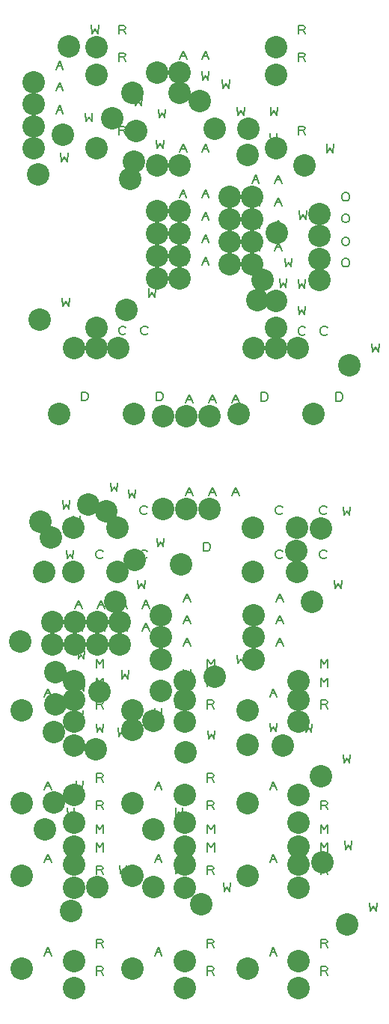
<source format=gbr>
G04 DesignSpark PCB Gerber Version 9.0 Build 5138 *
%FSLAX35Y35*%
%MOMM*%
%ADD10C,0.12700*%
%ADD12C,2.54000*%
X0Y0D02*
D02*
D10*
X426740Y4363800D02*
X434680Y4268550D01*
X466430Y4316180*
X498180Y4268550*
X506120Y4363800*
X444240Y564050D02*
X483930Y659300D01*
X523620Y564050*
X460120Y603740D02*
X507740D01*
X444240Y1614050D02*
X483930Y1709300D01*
X523620Y1614050*
X460120Y1653740D02*
X507740D01*
X444240Y2439050D02*
X483930Y2534300D01*
X523620Y2439050*
X460120Y2478740D02*
X507740D01*
X444240Y3489050D02*
X483930Y3584300D01*
X523620Y3489050*
X460120Y3528740D02*
X507740D01*
X576740Y9848550D02*
X616430Y9943800D01*
X656120Y9848550*
X592620Y9888240D02*
X640240D01*
X576740Y10088550D02*
X616430Y10183800D01*
X656120Y10088550*
X592620Y10128240D02*
X640240D01*
X576740Y10348550D02*
X616430Y10443800D01*
X656120Y10348550*
X592620Y10388240D02*
X640240D01*
X576740Y10588550D02*
X616430Y10683800D01*
X656120Y10588550*
X592620Y10628240D02*
X640240D01*
X629240Y9641300D02*
X637180Y9546050D01*
X668930Y9593680*
X700680Y9546050*
X708620Y9641300*
X646740Y8006300D02*
X654680Y7911050D01*
X686430Y7958680*
X718180Y7911050*
X726120Y8006300*
X651740Y5713800D02*
X659680Y5618550D01*
X691430Y5666180*
X723180Y5618550*
X731120Y5713800*
X693740Y5149800D02*
X701680Y5054550D01*
X733430Y5102180*
X765180Y5054550*
X773120Y5149800*
X701740Y2236300D02*
X709680Y2141050D01*
X741430Y2188680*
X773180Y2141050*
X781120Y2236300*
X769240Y5536300D02*
X777180Y5441050D01*
X808930Y5488680*
X840680Y5441050*
X848620Y5536300*
X789740Y4235550D02*
X829430Y4330800D01*
X869120Y4235550*
X805620Y4275240D02*
X853240D01*
X789740Y4489550D02*
X829430Y4584800D01*
X869120Y4489550*
X805620Y4529240D02*
X853240D01*
X801740Y2538800D02*
X809680Y2443550D01*
X841430Y2491180*
X873180Y2443550*
X881120Y2538800*
X801740Y3338800D02*
X809680Y3243550D01*
X841430Y3291180*
X873180Y3243550*
X881120Y3338800*
X819240Y3648800D02*
X827180Y3553550D01*
X858930Y3601180*
X890680Y3553550*
X898620Y3648800*
X819240Y4013800D02*
X827180Y3918550D01*
X858930Y3966180*
X890680Y3918550*
X898620Y4013800*
X860240Y6842550D02*
Y6937800D01*
X907870*
X923740Y6929870*
X931680Y6921930*
X939620Y6906050*
Y6874300*
X931680Y6858430*
X923740Y6850490*
X907870Y6842550*
X860240*
X906740Y10093800D02*
X914680Y9998550D01*
X946430Y10046180*
X978180Y9998550*
X986120Y10093800*
X976740Y11088800D02*
X984680Y10993550D01*
X1016430Y11041180*
X1048180Y10993550*
X1056120Y11088800*
X1001740Y1313800D02*
X1009680Y1218550D01*
X1041430Y1266180*
X1073180Y1218550*
X1081120Y1313800*
X1106620Y5070430D02*
X1098680Y5062490D01*
X1082800Y5054550*
X1058990*
X1043120Y5062490*
X1035180Y5070430*
X1027240Y5086300*
Y5118050*
X1035180Y5133930*
X1043120Y5141870*
X1058990Y5149800*
X1082800*
X1098680Y5141870*
X1106620Y5133930*
Y5570430D02*
X1098680Y5562490D01*
X1082800Y5554550*
X1058990*
X1043120Y5562490*
X1035180Y5570430*
X1027240Y5586300*
Y5618050*
X1035180Y5633930*
X1043120Y5641870*
X1058990Y5649800*
X1082800*
X1098680Y5641870*
X1106620Y5633930*
X1029240Y1739740D02*
Y1834990D01*
X1068930Y1787370*
X1108620Y1834990*
Y1739740*
X1029240Y1946050D02*
Y2041300D01*
X1068930Y1993680*
X1108620Y2041300*
Y1946050*
X1029240Y3609740D02*
Y3704990D01*
X1068930Y3657370*
X1108620Y3704990*
Y3609740*
X1029240Y3816050D02*
Y3911300D01*
X1068930Y3863680*
X1108620Y3911300*
Y3816050*
X1031240Y343050D02*
Y438300D01*
X1086800*
X1102680Y430370*
X1110620Y414490*
X1102680Y398620*
X1086800Y390680*
X1031240*
X1086800D02*
X1110620Y343050D01*
X1031240Y653050D02*
Y748300D01*
X1086800*
X1102680Y740370*
X1110620Y724490*
X1102680Y708620*
X1086800Y700680*
X1031240*
X1086800D02*
X1110620Y653050D01*
X1031240Y1483050D02*
Y1578300D01*
X1086800*
X1102680Y1570370*
X1110620Y1554490*
X1102680Y1538620*
X1086800Y1530680*
X1031240*
X1086800D02*
X1110620Y1483050D01*
X1031240Y2218050D02*
Y2313300D01*
X1086800*
X1102680Y2305370*
X1110620Y2289490*
X1102680Y2273620*
X1086800Y2265680*
X1031240*
X1086800D02*
X1110620Y2218050D01*
X1031240Y2528050D02*
Y2623300D01*
X1086800*
X1102680Y2615370*
X1110620Y2599490*
X1102680Y2583620*
X1086800Y2575680*
X1031240*
X1086800D02*
X1110620Y2528050D01*
X1031240Y3186300D02*
X1039180Y3091050D01*
X1070930Y3138680*
X1102680Y3091050*
X1110620Y3186300*
X1031240Y3358050D02*
Y3453300D01*
X1086800*
X1102680Y3445370*
X1110620Y3429490*
X1102680Y3413620*
X1086800Y3405680*
X1031240*
X1086800D02*
X1110620Y3358050D01*
X1114620Y7603430D02*
X1106680Y7595490D01*
X1090800Y7587550*
X1066990*
X1051120Y7595490*
X1043180Y7603430*
X1035240Y7619300*
Y7651050*
X1043180Y7666930*
X1051120Y7674870*
X1066990Y7682800*
X1090800*
X1106680Y7674870*
X1114620Y7666930*
X1043740Y4235550D02*
X1083430Y4330800D01*
X1123120Y4235550*
X1059620Y4275240D02*
X1107240D01*
X1043740Y4489550D02*
X1083430Y4584800D01*
X1123120Y4489550*
X1059620Y4529240D02*
X1107240D01*
X1194240Y5911300D02*
X1202180Y5816050D01*
X1233930Y5863680*
X1265680Y5816050*
X1273620Y5911300*
X1276740Y3138800D02*
X1284680Y3043550D01*
X1316430Y3091180*
X1348180Y3043550*
X1356120Y3138800*
X1364620Y7603430D02*
X1356680Y7595490D01*
X1340800Y7587550*
X1316990*
X1301120Y7595490*
X1293180Y7603430*
X1285240Y7619300*
Y7651050*
X1293180Y7666930*
X1301120Y7674870*
X1316990Y7682800*
X1340800*
X1356680Y7674870*
X1364620Y7666930*
X1285240Y7911300D02*
X1293180Y7816050D01*
X1324930Y7863680*
X1356680Y7816050*
X1364620Y7911300*
X1285240Y9849050D02*
Y9944300D01*
X1340800*
X1356680Y9936370*
X1364620Y9920490*
X1356680Y9904620*
X1340800Y9896680*
X1285240*
X1340800D02*
X1364620Y9849050D01*
X1285240Y10679050D02*
Y10774300D01*
X1340800*
X1356680Y10766370*
X1364620Y10750490*
X1356680Y10734620*
X1340800Y10726680*
X1285240*
X1340800D02*
X1364620Y10679050D01*
X1285240Y10989050D02*
Y11084300D01*
X1340800*
X1356680Y11076370*
X1364620Y11060490*
X1356680Y11044620*
X1340800Y11036680*
X1285240*
X1340800D02*
X1364620Y10989050D01*
X1294240Y1586300D02*
X1302180Y1491050D01*
X1333930Y1538680*
X1365680Y1491050*
X1373620Y1586300*
X1297740Y4235550D02*
X1337430Y4330800D01*
X1377120Y4235550*
X1313620Y4275240D02*
X1361240D01*
X1297740Y4489550D02*
X1337430Y4584800D01*
X1377120Y4489550*
X1313620Y4529240D02*
X1361240D01*
X1316740Y3791300D02*
X1324680Y3696050D01*
X1356430Y3743680*
X1388180Y3696050*
X1396120Y3791300*
X1394240Y5836300D02*
X1402180Y5741050D01*
X1433930Y5788680*
X1465680Y5741050*
X1473620Y5836300*
X1466740Y10276300D02*
X1474680Y10181050D01*
X1506430Y10228680*
X1538180Y10181050*
X1546120Y10276300*
X1501740Y4813800D02*
X1509680Y4718550D01*
X1541430Y4766180*
X1573180Y4718550*
X1581120Y4813800*
X1606620Y5070430D02*
X1598680Y5062490D01*
X1582800Y5054550*
X1558990*
X1543120Y5062490*
X1535180Y5070430*
X1527240Y5086300*
Y5118050*
X1535180Y5133930*
X1543120Y5141870*
X1558990Y5149800*
X1582800*
X1598680Y5141870*
X1606620Y5133930*
Y5570430D02*
X1598680Y5562490D01*
X1582800Y5554550*
X1558990*
X1543120Y5562490*
X1535180Y5570430*
X1527240Y5586300*
Y5618050*
X1535180Y5633930*
X1543120Y5641870*
X1558990Y5649800*
X1582800*
X1598680Y5641870*
X1606620Y5633930*
X1614620Y7603430D02*
X1606680Y7595490D01*
X1590800Y7587550*
X1566990*
X1551120Y7595490*
X1543180Y7603430*
X1535240Y7619300*
Y7651050*
X1543180Y7666930*
X1551120Y7674870*
X1566990Y7682800*
X1590800*
X1606680Y7674870*
X1614620Y7666930*
X1551740Y4235550D02*
X1591430Y4330800D01*
X1631120Y4235550*
X1567620Y4275240D02*
X1615240D01*
X1553240Y4491050D02*
X1592930Y4586300D01*
X1632620Y4491050*
X1569120Y4530740D02*
X1616740D01*
X1621740Y8108800D02*
X1629680Y8013550D01*
X1661430Y8061180*
X1693180Y8013550*
X1701120Y8108800*
X1666740Y9593800D02*
X1674680Y9498550D01*
X1706430Y9546180*
X1738180Y9498550*
X1746120Y9593800*
X1691740Y10566300D02*
X1699680Y10471050D01*
X1731430Y10518680*
X1763180Y10471050*
X1771120Y10566300*
X1694240Y564050D02*
X1733930Y659300D01*
X1773620Y564050*
X1710120Y603740D02*
X1757740D01*
X1694240Y1614050D02*
X1733930Y1709300D01*
X1773620Y1614050*
X1710120Y1653740D02*
X1757740D01*
X1694240Y2439050D02*
X1733930Y2534300D01*
X1773620Y2439050*
X1710120Y2478740D02*
X1757740D01*
X1694240Y3363800D02*
X1702180Y3268550D01*
X1733930Y3316180*
X1765680Y3268550*
X1773620Y3363800*
X1694240Y3489050D02*
X1733930Y3584300D01*
X1773620Y3489050*
X1710120Y3528740D02*
X1757740D01*
X1710240Y6842550D02*
Y6937800D01*
X1757870*
X1773740Y6929870*
X1781680Y6921930*
X1789620Y6906050*
Y6874300*
X1781680Y6858430*
X1773740Y6850490*
X1757870Y6842550*
X1710240*
X1714240Y9791300D02*
X1722180Y9696050D01*
X1753930Y9743680*
X1785680Y9696050*
X1793620Y9791300*
X1719240Y5286300D02*
X1727180Y5191050D01*
X1758930Y5238680*
X1790680Y5191050*
X1798620Y5286300*
X1734240Y10138800D02*
X1742180Y10043550D01*
X1773930Y10091180*
X1805680Y10043550*
X1813620Y10138800*
X1926740Y1588800D02*
X1934680Y1493550D01*
X1966430Y1541180*
X1998180Y1493550*
X2006120Y1588800*
X1926740Y2236300D02*
X1934680Y2141050D01*
X1966430Y2188680*
X1998180Y2141050*
X2006120Y2236300*
X1926740Y3463800D02*
X1934680Y3368550D01*
X1966430Y3416180*
X1998180Y3368550*
X2006120Y3463800*
X1971740Y9137550D02*
X2011430Y9232800D01*
X2051120Y9137550*
X1987620Y9177240D02*
X2035240D01*
X1973240Y8374050D02*
X2012930Y8469300D01*
X2052620Y8374050*
X1989120Y8413740D02*
X2036740D01*
X1973240Y8628050D02*
X2012930Y8723300D01*
X2052620Y8628050*
X1989120Y8667740D02*
X2036740D01*
X1973240Y8882050D02*
X2012930Y8977300D01*
X2052620Y8882050*
X1989120Y8921740D02*
X2036740D01*
X1976740Y9649050D02*
X2016430Y9744300D01*
X2056120Y9649050*
X1992620Y9688740D02*
X2040240D01*
X1976740Y10699050D02*
X2016430Y10794300D01*
X2056120Y10699050*
X1992620Y10738740D02*
X2040240D01*
X2016740Y3803800D02*
X2024680Y3708550D01*
X2056430Y3756180*
X2088180Y3708550*
X2096120Y3803800*
X2017240Y4066050D02*
X2056930Y4161300D01*
X2096620Y4066050*
X2033120Y4105740D02*
X2080740D01*
X2017240Y4316050D02*
X2056930Y4411300D01*
X2096620Y4316050*
X2033120Y4355740D02*
X2080740D01*
X2017240Y4566050D02*
X2056930Y4661300D01*
X2096620Y4566050*
X2033120Y4605740D02*
X2080740D01*
X2044240Y5764050D02*
X2083930Y5859300D01*
X2123620Y5764050*
X2060120Y5803740D02*
X2107740D01*
X2044240Y6814050D02*
X2083930Y6909300D01*
X2123620Y6814050*
X2060120Y6853740D02*
X2107740D01*
X2226740Y9649050D02*
X2266430Y9744300D01*
X2306120Y9649050*
X2242620Y9688740D02*
X2290240D01*
X2226740Y10563800D02*
X2234680Y10468550D01*
X2266430Y10516180*
X2298180Y10468550*
X2306120Y10563800*
X2226740Y10699050D02*
X2266430Y10794300D01*
X2306120Y10699050*
X2242620Y10738740D02*
X2290240D01*
X2227240Y8374050D02*
X2266930Y8469300D01*
X2306620Y8374050*
X2243120Y8413740D02*
X2290740D01*
X2227240Y8628050D02*
X2266930Y8723300D01*
X2306620Y8628050*
X2243120Y8667740D02*
X2290740D01*
X2227240Y8882050D02*
X2266930Y8977300D01*
X2306620Y8882050*
X2243120Y8921740D02*
X2290740D01*
X2227240Y9136050D02*
X2266930Y9231300D01*
X2306620Y9136050*
X2243120Y9175740D02*
X2290740D01*
X2244240Y5141050D02*
Y5236300D01*
X2291870*
X2307740Y5228370*
X2315680Y5220430*
X2323620Y5204550*
Y5172800*
X2315680Y5156930*
X2307740Y5148990*
X2291870Y5141050*
X2244240*
X2284240Y343050D02*
Y438300D01*
X2339800*
X2355680Y430370*
X2363620Y414490*
X2355680Y398620*
X2339800Y390680*
X2284240*
X2339800D02*
X2363620Y343050D01*
X2284240Y653050D02*
Y748300D01*
X2339800*
X2355680Y740370*
X2363620Y724490*
X2355680Y708620*
X2339800Y700680*
X2284240*
X2339800D02*
X2363620Y653050D01*
X2284240Y1483050D02*
Y1578300D01*
X2339800*
X2355680Y1570370*
X2363620Y1554490*
X2355680Y1538620*
X2339800Y1530680*
X2284240*
X2339800D02*
X2363620Y1483050D01*
X2284240Y2218050D02*
Y2313300D01*
X2339800*
X2355680Y2305370*
X2363620Y2289490*
X2355680Y2273620*
X2339800Y2265680*
X2284240*
X2339800D02*
X2363620Y2218050D01*
X2284240Y2528050D02*
Y2623300D01*
X2339800*
X2355680Y2615370*
X2363620Y2599490*
X2355680Y2583620*
X2339800Y2575680*
X2284240*
X2339800D02*
X2363620Y2528050D01*
X2284240Y3358050D02*
Y3453300D01*
X2339800*
X2355680Y3445370*
X2363620Y3429490*
X2355680Y3413620*
X2339800Y3405680*
X2284240*
X2339800D02*
X2363620Y3358050D01*
X2289240Y1739740D02*
Y1834990D01*
X2328930Y1787370*
X2368620Y1834990*
Y1739740*
X2289240Y1946050D02*
Y2041300D01*
X2328930Y1993680*
X2368620Y2041300*
Y1946050*
X2289240Y3609740D02*
Y3704990D01*
X2328930Y3657370*
X2368620Y3704990*
Y3609740*
X2289240Y3816050D02*
Y3911300D01*
X2328930Y3863680*
X2368620Y3911300*
Y3816050*
X2294240Y3111300D02*
X2302180Y3016050D01*
X2333930Y3063680*
X2365680Y3016050*
X2373620Y3111300*
X2306740Y5764050D02*
X2346430Y5859300D01*
X2386120Y5764050*
X2322620Y5803740D02*
X2370240D01*
X2306740Y6814050D02*
X2346430Y6909300D01*
X2386120Y6814050*
X2322620Y6853740D02*
X2370240D01*
X2456740Y10471300D02*
X2464680Y10376050D01*
X2496430Y10423680*
X2528180Y10376050*
X2536120Y10471300*
X2469240Y1386300D02*
X2477180Y1291050D01*
X2508930Y1338680*
X2540680Y1291050*
X2548620Y1386300*
X2569240Y5764050D02*
X2608930Y5859300D01*
X2648620Y5764050*
X2585120Y5803740D02*
X2632740D01*
X2569240Y6814050D02*
X2608930Y6909300D01*
X2648620Y6814050*
X2585120Y6853740D02*
X2632740D01*
X2626740Y3963800D02*
X2634680Y3868550D01*
X2666430Y3916180*
X2698180Y3868550*
X2706120Y3963800*
X2626740Y10163800D02*
X2634680Y10068550D01*
X2666430Y10116180*
X2698180Y10068550*
X2706120Y10163800*
X2794240Y9300050D02*
X2833930Y9395300D01*
X2873620Y9300050*
X2810120Y9339740D02*
X2857740D01*
X2795740Y8536550D02*
X2835430Y8631800D01*
X2875120Y8536550*
X2811620Y8576240D02*
X2859240D01*
X2795740Y8790550D02*
X2835430Y8885800D01*
X2875120Y8790550*
X2811620Y8830240D02*
X2859240D01*
X2795740Y9044550D02*
X2835430Y9139800D01*
X2875120Y9044550*
X2811620Y9084240D02*
X2859240D01*
X2892240Y6837550D02*
Y6932800D01*
X2939870*
X2955740Y6924870*
X2963680Y6916930*
X2971620Y6901050*
Y6869300*
X2963680Y6853430*
X2955740Y6845490*
X2939870Y6837550*
X2892240*
X2994240Y564050D02*
X3033930Y659300D01*
X3073620Y564050*
X3010120Y603740D02*
X3057740D01*
X2994240Y1614050D02*
X3033930Y1709300D01*
X3073620Y1614050*
X3010120Y1653740D02*
X3057740D01*
X2994240Y2439050D02*
X3033930Y2534300D01*
X3073620Y2439050*
X3010120Y2478740D02*
X3057740D01*
X2994240Y3195800D02*
X3002180Y3100550D01*
X3033930Y3148180*
X3065680Y3100550*
X3073620Y3195800*
X2994240Y3489050D02*
X3033930Y3584300D01*
X3073620Y3489050*
X3010120Y3528740D02*
X3057740D01*
X2994240Y9861300D02*
X3002180Y9766050D01*
X3033930Y9813680*
X3065680Y9766050*
X3073620Y9861300*
X3001740Y10163800D02*
X3009680Y10068550D01*
X3041430Y10116180*
X3073180Y10068550*
X3081120Y10163800*
X3049740Y8536550D02*
X3089430Y8631800D01*
X3129120Y8536550*
X3065620Y8576240D02*
X3113240D01*
X3049740Y8790550D02*
X3089430Y8885800D01*
X3129120Y8790550*
X3065620Y8830240D02*
X3113240D01*
X3049740Y9044550D02*
X3089430Y9139800D01*
X3129120Y9044550*
X3065620Y9084240D02*
X3113240D01*
X3049740Y9298550D02*
X3089430Y9393800D01*
X3129120Y9298550*
X3065620Y9338240D02*
X3113240D01*
X3138620Y5070430D02*
X3130680Y5062490D01*
X3114800Y5054550*
X3090990*
X3075120Y5062490*
X3067180Y5070430*
X3059240Y5086300*
Y5118050*
X3067180Y5133930*
X3075120Y5141870*
X3090990Y5149800*
X3114800*
X3130680Y5141870*
X3138620Y5133930*
Y5570430D02*
X3130680Y5562490D01*
X3114800Y5554550*
X3090990*
X3075120Y5562490*
X3067180Y5570430*
X3059240Y5586300*
Y5618050*
X3067180Y5633930*
X3075120Y5641870*
X3090990Y5649800*
X3114800*
X3130680Y5641870*
X3138620Y5633930*
X3067240Y4066050D02*
X3106930Y4161300D01*
X3146620Y4066050*
X3083120Y4105740D02*
X3130740D01*
X3067240Y4316050D02*
X3106930Y4411300D01*
X3146620Y4316050*
X3083120Y4355740D02*
X3130740D01*
X3067240Y4566050D02*
X3106930Y4661300D01*
X3146620Y4566050*
X3083120Y4605740D02*
X3130740D01*
X3146620Y7598430D02*
X3138680Y7590490D01*
X3122800Y7582550*
X3098990*
X3083120Y7590490*
X3075180Y7598430*
X3067240Y7614300*
Y7646050*
X3075180Y7661930*
X3083120Y7669870*
X3098990Y7677800*
X3122800*
X3138680Y7669870*
X3146620Y7661930*
X3106740Y8218800D02*
X3114680Y8123550D01*
X3146430Y8171180*
X3178180Y8123550*
X3186120Y8218800*
X3166740Y8448800D02*
X3174680Y8353550D01*
X3206430Y8401180*
X3238180Y8353550*
X3246120Y8448800*
X3396620Y7598430D02*
X3388680Y7590490D01*
X3372800Y7582550*
X3348990*
X3333120Y7590490*
X3325180Y7598430*
X3317240Y7614300*
Y7646050*
X3325180Y7661930*
X3333120Y7669870*
X3348990Y7677800*
X3372800*
X3388680Y7669870*
X3396620Y7661930*
X3317240Y7911300D02*
X3325180Y7816050D01*
X3356930Y7863680*
X3388680Y7816050*
X3396620Y7911300*
X3317240Y8211300D02*
X3325180Y8116050D01*
X3356930Y8163680*
X3388680Y8116050*
X3396620Y8211300*
X3317240Y9849050D02*
Y9944300D01*
X3372800*
X3388680Y9936370*
X3396620Y9920490*
X3388680Y9904620*
X3372800Y9896680*
X3317240*
X3372800D02*
X3396620Y9849050D01*
X3317240Y10679050D02*
Y10774300D01*
X3372800*
X3388680Y10766370*
X3396620Y10750490*
X3388680Y10734620*
X3372800Y10726680*
X3317240*
X3372800D02*
X3396620Y10679050D01*
X3317240Y10989050D02*
Y11084300D01*
X3372800*
X3388680Y11076370*
X3396620Y11060490*
X3388680Y11044620*
X3372800Y11036680*
X3317240*
X3372800D02*
X3396620Y10989050D01*
X3331740Y8988800D02*
X3339680Y8893550D01*
X3371430Y8941180*
X3403180Y8893550*
X3411120Y8988800*
X3394240Y3186300D02*
X3402180Y3091050D01*
X3433930Y3138680*
X3465680Y3091050*
X3473620Y3186300*
X3551740Y5388800D02*
X3559680Y5293550D01*
X3591430Y5341180*
X3623180Y5293550*
X3631120Y5388800*
X3638620Y5070430D02*
X3630680Y5062490D01*
X3614800Y5054550*
X3590990*
X3575120Y5062490*
X3567180Y5070430*
X3559240Y5086300*
Y5118050*
X3567180Y5133930*
X3575120Y5141870*
X3590990Y5149800*
X3614800*
X3630680Y5141870*
X3638620Y5133930*
Y5570430D02*
X3630680Y5562490D01*
X3614800Y5554550*
X3590990*
X3575120Y5562490*
X3567180Y5570430*
X3559240Y5586300*
Y5618050*
X3567180Y5633930*
X3575120Y5641870*
X3590990Y5649800*
X3614800*
X3630680Y5641870*
X3638620Y5633930*
X3646620Y7598430D02*
X3638680Y7590490D01*
X3622800Y7582550*
X3598990*
X3583120Y7590490*
X3575180Y7598430*
X3567240Y7614300*
Y7646050*
X3575180Y7661930*
X3583120Y7669870*
X3598990Y7677800*
X3622800*
X3638680Y7669870*
X3646620Y7661930*
X3569240Y1739740D02*
Y1834990D01*
X3608930Y1787370*
X3648620Y1834990*
Y1739740*
X3569240Y1946050D02*
Y2041300D01*
X3608930Y1993680*
X3648620Y2041300*
Y1946050*
X3569240Y3609740D02*
Y3704990D01*
X3608930Y3657370*
X3648620Y3704990*
Y3609740*
X3569240Y3816050D02*
Y3911300D01*
X3608930Y3863680*
X3648620Y3911300*
Y3816050*
X3571240Y343050D02*
Y438300D01*
X3626800*
X3642680Y430370*
X3650620Y414490*
X3642680Y398620*
X3626800Y390680*
X3571240*
X3626800D02*
X3650620Y343050D01*
X3571240Y653050D02*
Y748300D01*
X3626800*
X3642680Y740370*
X3650620Y724490*
X3642680Y708620*
X3626800Y700680*
X3571240*
X3626800D02*
X3650620Y653050D01*
X3571240Y1483050D02*
Y1578300D01*
X3626800*
X3642680Y1570370*
X3650620Y1554490*
X3642680Y1538620*
X3626800Y1530680*
X3571240*
X3626800D02*
X3650620Y1483050D01*
X3571240Y2218050D02*
Y2313300D01*
X3626800*
X3642680Y2305370*
X3650620Y2289490*
X3642680Y2273620*
X3626800Y2265680*
X3571240*
X3626800D02*
X3650620Y2218050D01*
X3571240Y2528050D02*
Y2623300D01*
X3626800*
X3642680Y2615370*
X3650620Y2599490*
X3642680Y2583620*
X3626800Y2575680*
X3571240*
X3626800D02*
X3650620Y2528050D01*
X3571240Y3358050D02*
Y3453300D01*
X3626800*
X3642680Y3445370*
X3650620Y3429490*
X3642680Y3413620*
X3626800Y3405680*
X3571240*
X3626800D02*
X3650620Y3358050D01*
X3636740Y9743800D02*
X3644680Y9648550D01*
X3676430Y9696180*
X3708180Y9648550*
X3716120Y9743800*
X3726740Y4813800D02*
X3734680Y4718550D01*
X3766430Y4766180*
X3798180Y4718550*
X3806120Y4813800*
X3742240Y6837550D02*
Y6932800D01*
X3789870*
X3805740Y6924870*
X3813680Y6916930*
X3821620Y6901050*
Y6869300*
X3813680Y6853430*
X3805740Y6845490*
X3789870Y6837550*
X3742240*
X3814240Y8385300D02*
Y8417050D01*
X3822180Y8432930*
X3830120Y8440870*
X3845990Y8448800*
X3861870*
X3877740Y8440870*
X3885680Y8432930*
X3893620Y8417050*
Y8385300*
X3885680Y8369430*
X3877740Y8361490*
X3861870Y8353550*
X3845990*
X3830120Y8361490*
X3822180Y8369430*
X3814240Y8385300*
Y8625300D02*
Y8657050D01*
X3822180Y8672930*
X3830120Y8680870*
X3845990Y8688800*
X3861870*
X3877740Y8680870*
X3885680Y8672930*
X3893620Y8657050*
Y8625300*
X3885680Y8609430*
X3877740Y8601490*
X3861870Y8593550*
X3845990*
X3830120Y8601490*
X3822180Y8609430*
X3814240Y8625300*
Y8885300D02*
Y8917050D01*
X3822180Y8932930*
X3830120Y8940870*
X3845990Y8948800*
X3861870*
X3877740Y8940870*
X3885680Y8932930*
X3893620Y8917050*
Y8885300*
X3885680Y8869430*
X3877740Y8861490*
X3861870Y8853550*
X3845990*
X3830120Y8861490*
X3822180Y8869430*
X3814240Y8885300*
Y9130300D02*
Y9162050D01*
X3822180Y9177930*
X3830120Y9185870*
X3845990Y9193800*
X3861870*
X3877740Y9185870*
X3885680Y9177930*
X3893620Y9162050*
Y9130300*
X3885680Y9114430*
X3877740Y9106490*
X3861870Y9098550*
X3845990*
X3830120Y9106490*
X3822180Y9114430*
X3814240Y9130300*
X3826740Y2838800D02*
X3834680Y2743550D01*
X3866430Y2791180*
X3898180Y2743550*
X3906120Y2838800*
X3826740Y5638800D02*
X3834680Y5543550D01*
X3866430Y5591180*
X3898180Y5543550*
X3906120Y5638800*
X3844240Y1861300D02*
X3852180Y1766050D01*
X3883930Y1813680*
X3915680Y1766050*
X3923620Y1861300*
X4126740Y1163800D02*
X4134680Y1068550D01*
X4166430Y1116180*
X4198180Y1068550*
X4206120Y1163800*
X4151740Y7488800D02*
X4159680Y7393550D01*
X4191430Y7441180*
X4223180Y7393550*
X4231120Y7488800*
D02*
D12*
X172740Y4117740D03*
X190240Y413240D03*
Y1463240D03*
Y2288240D03*
Y3338240D03*
X322740Y9697740D03*
Y9937740D03*
Y10197740D03*
Y10437740D03*
X375240Y9395240D03*
X392740Y7760240D03*
X397740Y5467740D03*
X439740Y4903740D03*
X447740Y1990240D03*
X515240Y5290240D03*
X535740Y4084740D03*
Y4338740D03*
X547740Y2292740D03*
Y3092740D03*
X565240Y3402740D03*
Y3767740D03*
X606240Y6691740D03*
X652740Y9847740D03*
X722740Y10842740D03*
X747740Y1067740D03*
X773240Y4903740D03*
Y5403740D03*
X775240Y1588930D03*
Y1795240D03*
Y3458930D03*
Y3665240D03*
X777240Y192240D03*
Y502240D03*
Y1332240D03*
Y2067240D03*
Y2377240D03*
Y2940240D03*
Y3207240D03*
X781240Y7436740D03*
X789740Y4084740D03*
Y4338740D03*
X940240Y5665240D03*
X1022740Y2892740D03*
X1031240Y7436740D03*
Y7665240D03*
Y9698240D03*
Y10528240D03*
Y10838240D03*
X1040240Y1340240D03*
X1043740Y4084740D03*
Y4338740D03*
X1062740Y3545240D03*
X1140240Y5590240D03*
X1212740Y10030240D03*
X1247740Y4567740D03*
X1273240Y4903740D03*
Y5403740D03*
X1281240Y7436740D03*
X1297740Y4084740D03*
X1299240Y4340240D03*
X1367740Y7862740D03*
X1412740Y9347740D03*
X1437740Y10320240D03*
X1440240Y413240D03*
Y1463240D03*
Y2288240D03*
Y3117740D03*
Y3338240D03*
X1456240Y6691740D03*
X1460240Y9545240D03*
X1465240Y5040240D03*
X1480240Y9892740D03*
X1672740Y1342740D03*
Y1990240D03*
Y3217740D03*
X1717740Y8986740D03*
X1719240Y8223240D03*
Y8477240D03*
Y8731240D03*
X1722740Y9498240D03*
Y10548240D03*
X1762740Y3557740D03*
X1763240Y3915240D03*
Y4165240D03*
Y4415240D03*
X1790240Y5613240D03*
Y6663240D03*
X1972740Y9498240D03*
Y10317740D03*
Y10548240D03*
X1973240Y8223240D03*
Y8477240D03*
Y8731240D03*
Y8985240D03*
X1990240Y4990240D03*
X2030240Y192240D03*
Y502240D03*
Y1332240D03*
Y2067240D03*
Y2377240D03*
Y3207240D03*
X2035240Y1588930D03*
Y1795240D03*
Y3458930D03*
Y3665240D03*
X2040240Y2865240D03*
X2052740Y5613240D03*
Y6663240D03*
X2202740Y10225240D03*
X2215240Y1140240D03*
X2315240Y5613240D03*
Y6663240D03*
X2372740Y3717740D03*
Y9917740D03*
X2540240Y9149240D03*
X2541740Y8385740D03*
Y8639740D03*
Y8893740D03*
X2638240Y6686740D03*
X2740240Y413240D03*
Y1463240D03*
Y2288240D03*
Y2949740D03*
Y3338240D03*
Y9615240D03*
X2747740Y9917740D03*
X2795740Y8385740D03*
Y8639740D03*
Y8893740D03*
Y9147740D03*
X2805240Y4903740D03*
Y5403740D03*
X2813240Y3915240D03*
Y4165240D03*
Y4415240D03*
Y7431740D03*
X2852740Y7972740D03*
X2912740Y8202740D03*
X3063240Y7431740D03*
Y7665240D03*
Y7965240D03*
Y9698240D03*
Y10528240D03*
Y10838240D03*
X3077740Y8742740D03*
X3140240Y2940240D03*
X3297740Y5142740D03*
X3305240Y4903740D03*
Y5403740D03*
X3313240Y7431740D03*
X3315240Y1588930D03*
Y1795240D03*
Y3458930D03*
Y3665240D03*
X3317240Y192240D03*
Y502240D03*
Y1332240D03*
Y2067240D03*
Y2377240D03*
Y3207240D03*
X3382740Y9497740D03*
X3472740Y4567740D03*
X3488240Y6686740D03*
X3560240Y8202740D03*
Y8442740D03*
Y8702740D03*
Y8947740D03*
X3572740Y2592740D03*
Y5392740D03*
X3590240Y1615240D03*
X3872740Y917740D03*
X3897740Y7242740D03*
X0Y0D02*
M02*

</source>
